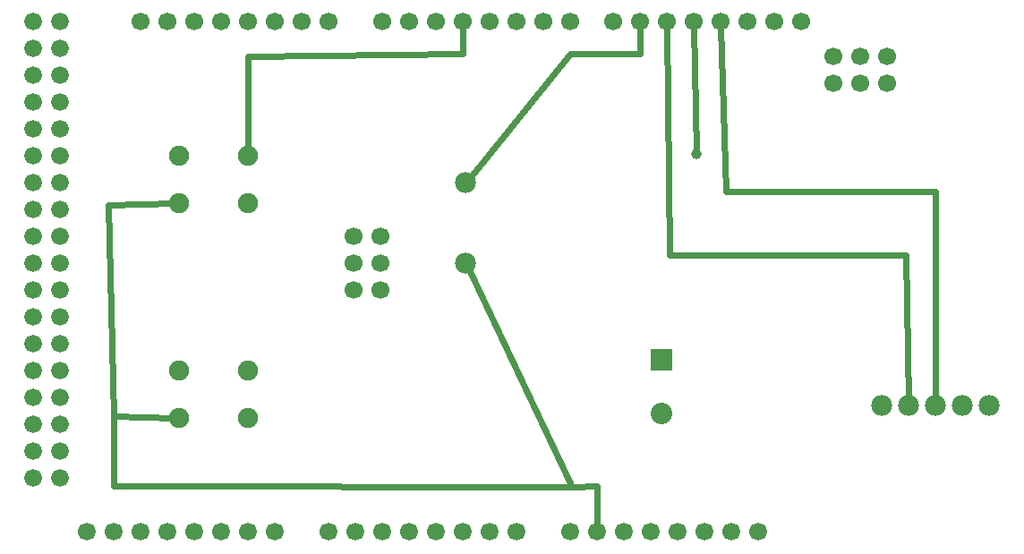
<source format=gtl>
G04 MADE WITH FRITZING*
G04 WWW.FRITZING.ORG*
G04 DOUBLE SIDED*
G04 HOLES PLATED*
G04 CONTOUR ON CENTER OF CONTOUR VECTOR*
%ASAXBY*%
%FSLAX23Y23*%
%MOIN*%
%OFA0B0*%
%SFA1.0B1.0*%
%ADD10C,0.066604*%
%ADD11C,0.066632*%
%ADD12C,0.065993*%
%ADD13C,0.065965*%
%ADD14C,0.078000*%
%ADD15C,0.075000*%
%ADD16C,0.080000*%
%ADD17C,0.039370*%
%ADD18R,0.080000X0.080000*%
%ADD19C,0.024000*%
%LNCOPPER1*%
G90*
G70*
G54D10*
X1010Y113D03*
X910Y113D03*
X810Y113D03*
X710Y113D03*
G54D11*
X2370Y2013D03*
G54D10*
X610Y113D03*
X510Y113D03*
X410Y113D03*
G54D12*
X210Y1113D03*
G54D10*
X2010Y113D03*
X1910Y113D03*
X2610Y113D03*
X1810Y113D03*
X1710Y113D03*
X1610Y113D03*
X1510Y113D03*
X1410Y113D03*
G54D12*
X210Y1913D03*
G54D10*
X1310Y113D03*
G54D12*
X210Y313D03*
G54D11*
X1810Y2013D03*
G54D12*
X210Y1513D03*
X210Y713D03*
G54D11*
X2770Y2013D03*
G54D10*
X2210Y113D03*
G54D11*
X2210Y2013D03*
G54D12*
X210Y1713D03*
X210Y1313D03*
G54D13*
X210Y913D03*
G54D12*
X210Y513D03*
G54D11*
X610Y2013D03*
X710Y2013D03*
X810Y2013D03*
X2970Y2013D03*
X910Y2013D03*
X2570Y2013D03*
X1010Y2013D03*
X1110Y2013D03*
X1210Y2013D03*
X1310Y2013D03*
G54D10*
X2810Y113D03*
X2410Y113D03*
G54D11*
X1610Y2013D03*
X2010Y2013D03*
G54D12*
X210Y2013D03*
X210Y1813D03*
X210Y1613D03*
X210Y1413D03*
X210Y1213D03*
X210Y1013D03*
X210Y813D03*
X210Y613D03*
G54D13*
X210Y413D03*
G54D11*
X3070Y2013D03*
X3190Y1783D03*
X3190Y1883D03*
X3290Y1783D03*
X3290Y1883D03*
X3390Y1783D03*
X3390Y1883D03*
X1404Y1215D03*
X1504Y1215D03*
X1404Y1115D03*
X1504Y1115D03*
X1404Y1015D03*
X1504Y1015D03*
X2870Y2013D03*
X2670Y2013D03*
X2470Y2013D03*
G54D10*
X2910Y113D03*
X2710Y113D03*
X2510Y113D03*
X2310Y113D03*
G54D11*
X1510Y2013D03*
X1710Y2013D03*
X1910Y2013D03*
X2110Y2013D03*
G54D12*
X310Y2013D03*
X310Y1913D03*
X310Y1813D03*
X310Y1713D03*
X310Y1613D03*
X310Y1513D03*
X310Y1413D03*
X310Y1313D03*
X310Y1213D03*
X310Y1113D03*
X310Y1013D03*
G54D13*
X310Y913D03*
G54D12*
X310Y813D03*
X310Y713D03*
X310Y613D03*
X310Y513D03*
G54D13*
X310Y413D03*
G54D12*
X310Y313D03*
G54D10*
X1110Y113D03*
X1010Y113D03*
X910Y113D03*
X810Y113D03*
X710Y113D03*
G54D11*
X2370Y2013D03*
G54D10*
X610Y113D03*
X510Y113D03*
X410Y113D03*
G54D12*
X210Y1113D03*
G54D10*
X2010Y113D03*
X1910Y113D03*
X2610Y113D03*
X1810Y113D03*
X1710Y113D03*
X1610Y113D03*
X1510Y113D03*
X1410Y113D03*
G54D12*
X210Y1913D03*
G54D10*
X1310Y113D03*
G54D12*
X210Y313D03*
G54D11*
X1810Y2013D03*
G54D12*
X210Y1513D03*
X210Y713D03*
G54D11*
X2770Y2013D03*
G54D10*
X2210Y113D03*
G54D11*
X2210Y2013D03*
G54D12*
X210Y1713D03*
X210Y1313D03*
G54D13*
X210Y913D03*
G54D12*
X210Y513D03*
G54D11*
X610Y2013D03*
X710Y2013D03*
X810Y2013D03*
X2970Y2013D03*
X910Y2013D03*
X2570Y2013D03*
X1010Y2013D03*
X1110Y2013D03*
X1210Y2013D03*
X1310Y2013D03*
G54D10*
X2810Y113D03*
X2410Y113D03*
G54D11*
X1610Y2013D03*
X2010Y2013D03*
G54D12*
X210Y2013D03*
X210Y1813D03*
X210Y1613D03*
X210Y1413D03*
X210Y1213D03*
X210Y1013D03*
X210Y813D03*
X210Y613D03*
G54D13*
X210Y413D03*
G54D11*
X3070Y2013D03*
X3190Y1783D03*
X3190Y1883D03*
X3290Y1783D03*
X3290Y1883D03*
X3390Y1783D03*
X3390Y1883D03*
X1404Y1215D03*
X1504Y1215D03*
X1404Y1115D03*
X1504Y1115D03*
X1404Y1015D03*
X1504Y1015D03*
X2870Y2013D03*
X2670Y2013D03*
X2470Y2013D03*
G54D10*
X2910Y113D03*
X2710Y113D03*
X2510Y113D03*
X2310Y113D03*
G54D11*
X1510Y2013D03*
X1710Y2013D03*
X1910Y2013D03*
X2110Y2013D03*
G54D12*
X310Y2013D03*
X310Y1913D03*
X310Y1813D03*
X310Y1713D03*
X310Y1613D03*
X310Y1513D03*
X310Y1413D03*
X310Y1313D03*
X310Y1213D03*
X310Y1113D03*
X310Y1013D03*
G54D13*
X310Y913D03*
G54D12*
X310Y813D03*
X310Y713D03*
X310Y613D03*
X310Y513D03*
G54D13*
X310Y413D03*
G54D12*
X310Y313D03*
G54D10*
X1110Y113D03*
G54D14*
X3770Y583D03*
X3670Y583D03*
X3570Y583D03*
X3470Y583D03*
X3370Y583D03*
G54D15*
X1010Y536D03*
X754Y536D03*
X1010Y713D03*
X754Y713D03*
X1010Y1336D03*
X754Y1336D03*
X1010Y1513D03*
X754Y1513D03*
G54D14*
X1820Y1413D03*
X1820Y1113D03*
G54D16*
X2550Y753D03*
X2550Y553D03*
X2550Y753D03*
X2550Y553D03*
G54D17*
X2678Y1522D03*
G54D18*
X2550Y753D03*
X2550Y753D03*
G54D19*
X2215Y280D02*
X2309Y284D01*
D02*
X511Y543D02*
X509Y284D01*
D02*
X2309Y284D02*
X2310Y132D01*
D02*
X509Y284D02*
X2215Y280D01*
D02*
X491Y1332D02*
X511Y543D01*
D02*
X736Y1336D02*
X491Y1332D01*
D02*
X1810Y1893D02*
X1010Y1883D01*
D02*
X1010Y1883D02*
X1010Y1530D01*
D02*
X1810Y1994D02*
X1810Y1893D01*
D02*
X511Y543D02*
X736Y536D01*
D02*
X2215Y280D02*
X1828Y1096D01*
D02*
X2208Y1893D02*
X1832Y1428D01*
D02*
X2470Y1893D02*
X2208Y1893D01*
D02*
X2470Y1994D02*
X2470Y1893D01*
D02*
X2790Y1382D02*
X3570Y1382D01*
D02*
X3570Y1382D02*
X3570Y602D01*
D02*
X2770Y1994D02*
X2790Y1382D01*
D02*
X3461Y1144D02*
X2579Y1144D01*
D02*
X2579Y1144D02*
X2570Y1994D01*
D02*
X3470Y602D02*
X3461Y1144D01*
D02*
X2670Y1994D02*
X2678Y1530D01*
G04 End of Copper1*
M02*
</source>
